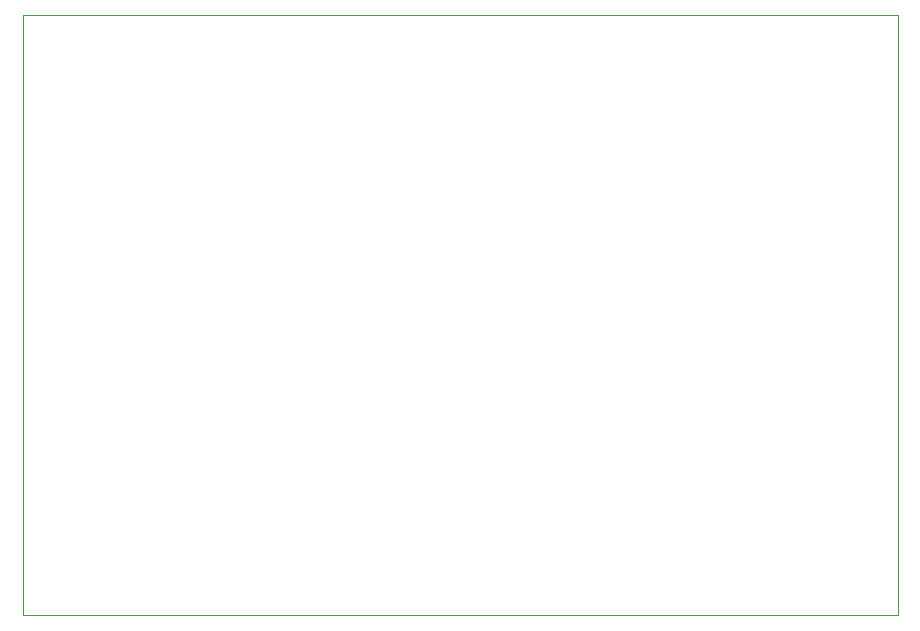
<source format=gbr>
%TF.GenerationSoftware,KiCad,Pcbnew,(5.1.10)-1*%
%TF.CreationDate,2021-11-21T11:10:25-05:00*%
%TF.ProjectId,pid_smt_oven,7069645f-736d-4745-9f6f-76656e2e6b69,rev?*%
%TF.SameCoordinates,Original*%
%TF.FileFunction,Profile,NP*%
%FSLAX46Y46*%
G04 Gerber Fmt 4.6, Leading zero omitted, Abs format (unit mm)*
G04 Created by KiCad (PCBNEW (5.1.10)-1) date 2021-11-21 11:10:25*
%MOMM*%
%LPD*%
G01*
G04 APERTURE LIST*
%TA.AperFunction,Profile*%
%ADD10C,0.100000*%
%TD*%
G04 APERTURE END LIST*
D10*
X72700000Y-4000000D02*
X72700000Y-54800000D01*
X-1400000Y-4000000D02*
X72700000Y-4000000D01*
X-1400000Y-54800000D02*
X-1400000Y-4000000D01*
X72700000Y-54800000D02*
X-1400000Y-54800000D01*
M02*

</source>
